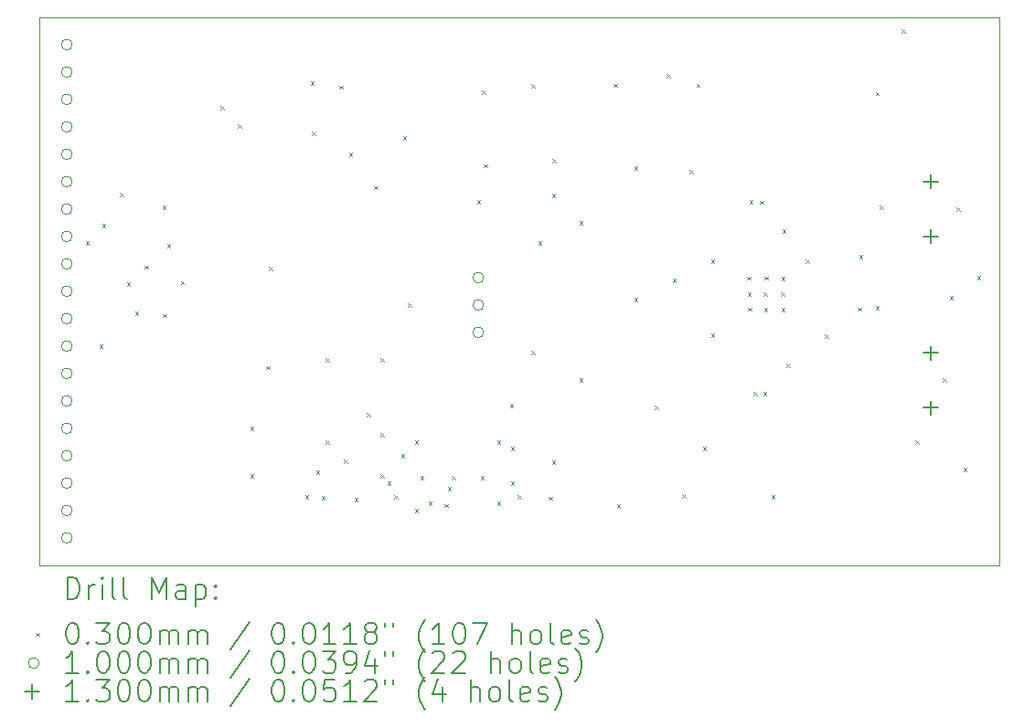
<source format=gbr>
%TF.GenerationSoftware,KiCad,Pcbnew,7.0.9*%
%TF.CreationDate,2024-03-05T18:50:15-08:00*%
%TF.ProjectId,SSM3582_v02,53534d33-3538-4325-9f76-30322e6b6963,rev?*%
%TF.SameCoordinates,Original*%
%TF.FileFunction,Drillmap*%
%TF.FilePolarity,Positive*%
%FSLAX45Y45*%
G04 Gerber Fmt 4.5, Leading zero omitted, Abs format (unit mm)*
G04 Created by KiCad (PCBNEW 7.0.9) date 2024-03-05 18:50:15*
%MOMM*%
%LPD*%
G01*
G04 APERTURE LIST*
%ADD10C,0.050000*%
%ADD11C,0.200000*%
%ADD12C,0.100000*%
%ADD13C,0.130000*%
G04 APERTURE END LIST*
D10*
X10477500Y-6731000D02*
X19367500Y-6731000D01*
X19367500Y-11811000D01*
X10477500Y-11811000D01*
X10477500Y-6731000D01*
D11*
D12*
X10907000Y-8811500D02*
X10937000Y-8841500D01*
X10937000Y-8811500D02*
X10907000Y-8841500D01*
X11034000Y-9764000D02*
X11064000Y-9794000D01*
X11064000Y-9764000D02*
X11034000Y-9794000D01*
X11059400Y-8648940D02*
X11089400Y-8678940D01*
X11089400Y-8648940D02*
X11059400Y-8678940D01*
X11224500Y-8359380D02*
X11254500Y-8389380D01*
X11254500Y-8359380D02*
X11224500Y-8389380D01*
X11288000Y-9192500D02*
X11318000Y-9222500D01*
X11318000Y-9192500D02*
X11288000Y-9222500D01*
X11364200Y-9459200D02*
X11394200Y-9489200D01*
X11394200Y-9459200D02*
X11364200Y-9489200D01*
X11453100Y-9032480D02*
X11483100Y-9062480D01*
X11483100Y-9032480D02*
X11453100Y-9062480D01*
X11618200Y-8481300D02*
X11648200Y-8511300D01*
X11648200Y-8481300D02*
X11618200Y-8511300D01*
X11623280Y-9482060D02*
X11653280Y-9512060D01*
X11653280Y-9482060D02*
X11623280Y-9512060D01*
X11661380Y-8836900D02*
X11691380Y-8866900D01*
X11691380Y-8836900D02*
X11661380Y-8866900D01*
X11788380Y-9177260D02*
X11818380Y-9207260D01*
X11818380Y-9177260D02*
X11788380Y-9207260D01*
X12156680Y-7556740D02*
X12186680Y-7586740D01*
X12186680Y-7556740D02*
X12156680Y-7586740D01*
X12314160Y-7724380D02*
X12344160Y-7754380D01*
X12344160Y-7724380D02*
X12314160Y-7754380D01*
X12431000Y-10526000D02*
X12461000Y-10556000D01*
X12461000Y-10526000D02*
X12431000Y-10556000D01*
X12431000Y-10970500D02*
X12461000Y-11000500D01*
X12461000Y-10970500D02*
X12431000Y-11000500D01*
X12578320Y-9964660D02*
X12608320Y-9994660D01*
X12608320Y-9964660D02*
X12578320Y-9994660D01*
X12603720Y-9045180D02*
X12633720Y-9075180D01*
X12633720Y-9045180D02*
X12603720Y-9075180D01*
X12939000Y-11161000D02*
X12969000Y-11191000D01*
X12969000Y-11161000D02*
X12939000Y-11191000D01*
X12989800Y-7325600D02*
X13019800Y-7355600D01*
X13019800Y-7325600D02*
X12989800Y-7355600D01*
X13002500Y-7795500D02*
X13032500Y-7825500D01*
X13032500Y-7795500D02*
X13002500Y-7825500D01*
X13040600Y-10932400D02*
X13070600Y-10962400D01*
X13070600Y-10932400D02*
X13040600Y-10962400D01*
X13091400Y-11173700D02*
X13121400Y-11203700D01*
X13121400Y-11173700D02*
X13091400Y-11203700D01*
X13129500Y-9891000D02*
X13159500Y-9921000D01*
X13159500Y-9891000D02*
X13129500Y-9921000D01*
X13129500Y-10653000D02*
X13159500Y-10683000D01*
X13159500Y-10653000D02*
X13129500Y-10683000D01*
X13256500Y-7366240D02*
X13286500Y-7396240D01*
X13286500Y-7366240D02*
X13256500Y-7396240D01*
X13298000Y-10835000D02*
X13328000Y-10865000D01*
X13328000Y-10835000D02*
X13298000Y-10865000D01*
X13345400Y-7988540D02*
X13375400Y-8018540D01*
X13375400Y-7988540D02*
X13345400Y-8018540D01*
X13396200Y-11186400D02*
X13426200Y-11216400D01*
X13426200Y-11186400D02*
X13396200Y-11216400D01*
X13510500Y-10399000D02*
X13540500Y-10429000D01*
X13540500Y-10399000D02*
X13510500Y-10429000D01*
X13579080Y-8295880D02*
X13609080Y-8325880D01*
X13609080Y-8295880D02*
X13579080Y-8325880D01*
X13637500Y-9891000D02*
X13667500Y-9921000D01*
X13667500Y-9891000D02*
X13637500Y-9921000D01*
X13637500Y-10589500D02*
X13667500Y-10619500D01*
X13667500Y-10589500D02*
X13637500Y-10619500D01*
X13637500Y-10970500D02*
X13667500Y-11000500D01*
X13667500Y-10970500D02*
X13637500Y-11000500D01*
X13701000Y-11034000D02*
X13731000Y-11064000D01*
X13731000Y-11034000D02*
X13701000Y-11064000D01*
X13764500Y-11161000D02*
X13794500Y-11191000D01*
X13794500Y-11161000D02*
X13764500Y-11191000D01*
X13828000Y-10780000D02*
X13858000Y-10810000D01*
X13858000Y-10780000D02*
X13828000Y-10810000D01*
X13843240Y-7836140D02*
X13873240Y-7866140D01*
X13873240Y-7836140D02*
X13843240Y-7866140D01*
X13891500Y-9383000D02*
X13921500Y-9413000D01*
X13921500Y-9383000D02*
X13891500Y-9413000D01*
X13955000Y-10653000D02*
X13985000Y-10683000D01*
X13985000Y-10653000D02*
X13955000Y-10683000D01*
X13955000Y-11288000D02*
X13985000Y-11318000D01*
X13985000Y-11288000D02*
X13955000Y-11318000D01*
X14005800Y-10983200D02*
X14035800Y-11013200D01*
X14035800Y-10983200D02*
X14005800Y-11013200D01*
X14082000Y-11224500D02*
X14112000Y-11254500D01*
X14112000Y-11224500D02*
X14082000Y-11254500D01*
X14229125Y-11244625D02*
X14259125Y-11274625D01*
X14259125Y-11244625D02*
X14229125Y-11274625D01*
X14259800Y-11084800D02*
X14289800Y-11114800D01*
X14289800Y-11084800D02*
X14259800Y-11114800D01*
X14297900Y-10983200D02*
X14327900Y-11013200D01*
X14327900Y-10983200D02*
X14297900Y-11013200D01*
X14529040Y-8430500D02*
X14559040Y-8460500D01*
X14559040Y-8430500D02*
X14529040Y-8460500D01*
X14564600Y-10983200D02*
X14594600Y-11013200D01*
X14594600Y-10983200D02*
X14564600Y-11013200D01*
X14577300Y-7411960D02*
X14607300Y-7441960D01*
X14607300Y-7411960D02*
X14577300Y-7441960D01*
X14592540Y-8092680D02*
X14622540Y-8122680D01*
X14622540Y-8092680D02*
X14592540Y-8122680D01*
X14717000Y-10653000D02*
X14747000Y-10683000D01*
X14747000Y-10653000D02*
X14717000Y-10683000D01*
X14717000Y-11224500D02*
X14747000Y-11254500D01*
X14747000Y-11224500D02*
X14717000Y-11254500D01*
X14836380Y-10315180D02*
X14866380Y-10345180D01*
X14866380Y-10315180D02*
X14836380Y-10345180D01*
X14844000Y-10716500D02*
X14874000Y-10746500D01*
X14874000Y-10716500D02*
X14844000Y-10746500D01*
X14844000Y-11034000D02*
X14874000Y-11064000D01*
X14874000Y-11034000D02*
X14844000Y-11064000D01*
X14907500Y-11161000D02*
X14937500Y-11191000D01*
X14937500Y-11161000D02*
X14907500Y-11191000D01*
X15034500Y-7351000D02*
X15064500Y-7381000D01*
X15064500Y-7351000D02*
X15034500Y-7381000D01*
X15034500Y-9827500D02*
X15064500Y-9857500D01*
X15064500Y-9827500D02*
X15034500Y-9857500D01*
X15098000Y-8811500D02*
X15128000Y-8841500D01*
X15128000Y-8811500D02*
X15098000Y-8841500D01*
X15194520Y-11176240D02*
X15224520Y-11206240D01*
X15224520Y-11176240D02*
X15194520Y-11206240D01*
X15225000Y-8367000D02*
X15255000Y-8397000D01*
X15255000Y-8367000D02*
X15225000Y-8397000D01*
X15225000Y-10843500D02*
X15255000Y-10873500D01*
X15255000Y-10843500D02*
X15225000Y-10873500D01*
X15227540Y-8046960D02*
X15257540Y-8076960D01*
X15257540Y-8046960D02*
X15227540Y-8076960D01*
X15479000Y-8621000D02*
X15509000Y-8651000D01*
X15509000Y-8621000D02*
X15479000Y-8651000D01*
X15479000Y-10081500D02*
X15509000Y-10111500D01*
X15509000Y-10081500D02*
X15479000Y-10111500D01*
X15796500Y-7349500D02*
X15826500Y-7379500D01*
X15826500Y-7349500D02*
X15796500Y-7379500D01*
X15826980Y-11249900D02*
X15856980Y-11279900D01*
X15856980Y-11249900D02*
X15826980Y-11279900D01*
X15987000Y-8113000D02*
X16017000Y-8143000D01*
X16017000Y-8113000D02*
X15987000Y-8143000D01*
X15987000Y-9332200D02*
X16017000Y-9362200D01*
X16017000Y-9332200D02*
X15987000Y-9362200D01*
X16177500Y-10335500D02*
X16207500Y-10365500D01*
X16207500Y-10335500D02*
X16177500Y-10365500D01*
X16286720Y-7259560D02*
X16316720Y-7289560D01*
X16316720Y-7259560D02*
X16286720Y-7289560D01*
X16342600Y-9154400D02*
X16372600Y-9184400D01*
X16372600Y-9154400D02*
X16342600Y-9184400D01*
X16428960Y-11155920D02*
X16458960Y-11185920D01*
X16458960Y-11155920D02*
X16428960Y-11185920D01*
X16497540Y-8148560D02*
X16527540Y-8178560D01*
X16527540Y-8148560D02*
X16497540Y-8178560D01*
X16561040Y-7348460D02*
X16591040Y-7378460D01*
X16591040Y-7348460D02*
X16561040Y-7378460D01*
X16622000Y-10716500D02*
X16652000Y-10746500D01*
X16652000Y-10716500D02*
X16622000Y-10746500D01*
X16698200Y-8976600D02*
X16728200Y-9006600D01*
X16728200Y-8976600D02*
X16698200Y-9006600D01*
X16698200Y-9662400D02*
X16728200Y-9692400D01*
X16728200Y-9662400D02*
X16698200Y-9692400D01*
X17030940Y-9134080D02*
X17060940Y-9164080D01*
X17060940Y-9134080D02*
X17030940Y-9164080D01*
X17036020Y-9281400D02*
X17066020Y-9311400D01*
X17066020Y-9281400D02*
X17036020Y-9311400D01*
X17038560Y-9423640D02*
X17068560Y-9453640D01*
X17068560Y-9423640D02*
X17038560Y-9453640D01*
X17053800Y-8430500D02*
X17083800Y-8460500D01*
X17083800Y-8430500D02*
X17053800Y-8460500D01*
X17091900Y-10208500D02*
X17121900Y-10238500D01*
X17121900Y-10208500D02*
X17091900Y-10238500D01*
X17152000Y-8432000D02*
X17182000Y-8462000D01*
X17182000Y-8432000D02*
X17152000Y-8462000D01*
X17180800Y-10208500D02*
X17210800Y-10238500D01*
X17210800Y-10208500D02*
X17180800Y-10238500D01*
X17185880Y-9281400D02*
X17215880Y-9311400D01*
X17215880Y-9281400D02*
X17185880Y-9311400D01*
X17188420Y-9426180D02*
X17218420Y-9456180D01*
X17218420Y-9426180D02*
X17188420Y-9456180D01*
X17193500Y-9136620D02*
X17223500Y-9166620D01*
X17223500Y-9136620D02*
X17193500Y-9166620D01*
X17257000Y-11161000D02*
X17287000Y-11191000D01*
X17287000Y-11161000D02*
X17257000Y-11191000D01*
X17343360Y-9281400D02*
X17373360Y-9311400D01*
X17373360Y-9281400D02*
X17343360Y-9311400D01*
X17348440Y-9426180D02*
X17378440Y-9456180D01*
X17378440Y-9426180D02*
X17348440Y-9456180D01*
X17350980Y-9139160D02*
X17380980Y-9169160D01*
X17380980Y-9139160D02*
X17350980Y-9169160D01*
X17358600Y-8697200D02*
X17388600Y-8727200D01*
X17388600Y-8697200D02*
X17358600Y-8727200D01*
X17396700Y-9941800D02*
X17426700Y-9971800D01*
X17426700Y-9941800D02*
X17396700Y-9971800D01*
X17574500Y-8976600D02*
X17604500Y-9006600D01*
X17604500Y-8976600D02*
X17574500Y-9006600D01*
X17752300Y-9675100D02*
X17782300Y-9705100D01*
X17782300Y-9675100D02*
X17752300Y-9705100D01*
X18054560Y-9423640D02*
X18084560Y-9453640D01*
X18084560Y-9423640D02*
X18054560Y-9453640D01*
X18069800Y-8938500D02*
X18099800Y-8968500D01*
X18099800Y-8938500D02*
X18069800Y-8968500D01*
X18222200Y-7424660D02*
X18252200Y-7454660D01*
X18252200Y-7424660D02*
X18222200Y-7454660D01*
X18222200Y-9408400D02*
X18252200Y-9438400D01*
X18252200Y-9408400D02*
X18222200Y-9438400D01*
X18260300Y-8481300D02*
X18290300Y-8511300D01*
X18290300Y-8481300D02*
X18260300Y-8511300D01*
X18463500Y-6843000D02*
X18493500Y-6873000D01*
X18493500Y-6843000D02*
X18463500Y-6873000D01*
X18590500Y-10653000D02*
X18620500Y-10683000D01*
X18620500Y-10653000D02*
X18590500Y-10683000D01*
X18844500Y-10081500D02*
X18874500Y-10111500D01*
X18874500Y-10081500D02*
X18844500Y-10111500D01*
X18908000Y-9319500D02*
X18938000Y-9349500D01*
X18938000Y-9319500D02*
X18908000Y-9349500D01*
X18971500Y-8494000D02*
X19001500Y-8524000D01*
X19001500Y-8494000D02*
X18971500Y-8524000D01*
X19035000Y-10907000D02*
X19065000Y-10937000D01*
X19065000Y-10907000D02*
X19035000Y-10937000D01*
X19162000Y-9129000D02*
X19192000Y-9159000D01*
X19192000Y-9129000D02*
X19162000Y-9159000D01*
X10781500Y-6985000D02*
G75*
G03*
X10781500Y-6985000I-50000J0D01*
G01*
X10781500Y-7239000D02*
G75*
G03*
X10781500Y-7239000I-50000J0D01*
G01*
X10781500Y-7493000D02*
G75*
G03*
X10781500Y-7493000I-50000J0D01*
G01*
X10781500Y-7747000D02*
G75*
G03*
X10781500Y-7747000I-50000J0D01*
G01*
X10781500Y-8001000D02*
G75*
G03*
X10781500Y-8001000I-50000J0D01*
G01*
X10781500Y-8255000D02*
G75*
G03*
X10781500Y-8255000I-50000J0D01*
G01*
X10781500Y-8509000D02*
G75*
G03*
X10781500Y-8509000I-50000J0D01*
G01*
X10781500Y-8763000D02*
G75*
G03*
X10781500Y-8763000I-50000J0D01*
G01*
X10781500Y-9017000D02*
G75*
G03*
X10781500Y-9017000I-50000J0D01*
G01*
X10781500Y-9271000D02*
G75*
G03*
X10781500Y-9271000I-50000J0D01*
G01*
X10781500Y-9525000D02*
G75*
G03*
X10781500Y-9525000I-50000J0D01*
G01*
X10781500Y-9779000D02*
G75*
G03*
X10781500Y-9779000I-50000J0D01*
G01*
X10781500Y-10033000D02*
G75*
G03*
X10781500Y-10033000I-50000J0D01*
G01*
X10781500Y-10287000D02*
G75*
G03*
X10781500Y-10287000I-50000J0D01*
G01*
X10781500Y-10541000D02*
G75*
G03*
X10781500Y-10541000I-50000J0D01*
G01*
X10781500Y-10795000D02*
G75*
G03*
X10781500Y-10795000I-50000J0D01*
G01*
X10781500Y-11049000D02*
G75*
G03*
X10781500Y-11049000I-50000J0D01*
G01*
X10781500Y-11303000D02*
G75*
G03*
X10781500Y-11303000I-50000J0D01*
G01*
X10781500Y-11557000D02*
G75*
G03*
X10781500Y-11557000I-50000J0D01*
G01*
X14591500Y-9144000D02*
G75*
G03*
X14591500Y-9144000I-50000J0D01*
G01*
X14591500Y-9398000D02*
G75*
G03*
X14591500Y-9398000I-50000J0D01*
G01*
X14591500Y-9652000D02*
G75*
G03*
X14591500Y-9652000I-50000J0D01*
G01*
D13*
X18732500Y-8190000D02*
X18732500Y-8320000D01*
X18667500Y-8255000D02*
X18797500Y-8255000D01*
X18732500Y-8698000D02*
X18732500Y-8828000D01*
X18667500Y-8763000D02*
X18797500Y-8763000D01*
X18732500Y-9777500D02*
X18732500Y-9907500D01*
X18667500Y-9842500D02*
X18797500Y-9842500D01*
X18732500Y-10285500D02*
X18732500Y-10415500D01*
X18667500Y-10350500D02*
X18797500Y-10350500D01*
D11*
X10735777Y-12124984D02*
X10735777Y-11924984D01*
X10735777Y-11924984D02*
X10783396Y-11924984D01*
X10783396Y-11924984D02*
X10811967Y-11934508D01*
X10811967Y-11934508D02*
X10831015Y-11953555D01*
X10831015Y-11953555D02*
X10840539Y-11972603D01*
X10840539Y-11972603D02*
X10850063Y-12010698D01*
X10850063Y-12010698D02*
X10850063Y-12039269D01*
X10850063Y-12039269D02*
X10840539Y-12077365D01*
X10840539Y-12077365D02*
X10831015Y-12096412D01*
X10831015Y-12096412D02*
X10811967Y-12115460D01*
X10811967Y-12115460D02*
X10783396Y-12124984D01*
X10783396Y-12124984D02*
X10735777Y-12124984D01*
X10935777Y-12124984D02*
X10935777Y-11991650D01*
X10935777Y-12029746D02*
X10945301Y-12010698D01*
X10945301Y-12010698D02*
X10954824Y-12001174D01*
X10954824Y-12001174D02*
X10973872Y-11991650D01*
X10973872Y-11991650D02*
X10992920Y-11991650D01*
X11059586Y-12124984D02*
X11059586Y-11991650D01*
X11059586Y-11924984D02*
X11050063Y-11934508D01*
X11050063Y-11934508D02*
X11059586Y-11944031D01*
X11059586Y-11944031D02*
X11069110Y-11934508D01*
X11069110Y-11934508D02*
X11059586Y-11924984D01*
X11059586Y-11924984D02*
X11059586Y-11944031D01*
X11183396Y-12124984D02*
X11164348Y-12115460D01*
X11164348Y-12115460D02*
X11154824Y-12096412D01*
X11154824Y-12096412D02*
X11154824Y-11924984D01*
X11288158Y-12124984D02*
X11269110Y-12115460D01*
X11269110Y-12115460D02*
X11259586Y-12096412D01*
X11259586Y-12096412D02*
X11259586Y-11924984D01*
X11516729Y-12124984D02*
X11516729Y-11924984D01*
X11516729Y-11924984D02*
X11583396Y-12067841D01*
X11583396Y-12067841D02*
X11650062Y-11924984D01*
X11650062Y-11924984D02*
X11650062Y-12124984D01*
X11831015Y-12124984D02*
X11831015Y-12020222D01*
X11831015Y-12020222D02*
X11821491Y-12001174D01*
X11821491Y-12001174D02*
X11802443Y-11991650D01*
X11802443Y-11991650D02*
X11764348Y-11991650D01*
X11764348Y-11991650D02*
X11745301Y-12001174D01*
X11831015Y-12115460D02*
X11811967Y-12124984D01*
X11811967Y-12124984D02*
X11764348Y-12124984D01*
X11764348Y-12124984D02*
X11745301Y-12115460D01*
X11745301Y-12115460D02*
X11735777Y-12096412D01*
X11735777Y-12096412D02*
X11735777Y-12077365D01*
X11735777Y-12077365D02*
X11745301Y-12058317D01*
X11745301Y-12058317D02*
X11764348Y-12048793D01*
X11764348Y-12048793D02*
X11811967Y-12048793D01*
X11811967Y-12048793D02*
X11831015Y-12039269D01*
X11926253Y-11991650D02*
X11926253Y-12191650D01*
X11926253Y-12001174D02*
X11945301Y-11991650D01*
X11945301Y-11991650D02*
X11983396Y-11991650D01*
X11983396Y-11991650D02*
X12002443Y-12001174D01*
X12002443Y-12001174D02*
X12011967Y-12010698D01*
X12011967Y-12010698D02*
X12021491Y-12029746D01*
X12021491Y-12029746D02*
X12021491Y-12086888D01*
X12021491Y-12086888D02*
X12011967Y-12105936D01*
X12011967Y-12105936D02*
X12002443Y-12115460D01*
X12002443Y-12115460D02*
X11983396Y-12124984D01*
X11983396Y-12124984D02*
X11945301Y-12124984D01*
X11945301Y-12124984D02*
X11926253Y-12115460D01*
X12107205Y-12105936D02*
X12116729Y-12115460D01*
X12116729Y-12115460D02*
X12107205Y-12124984D01*
X12107205Y-12124984D02*
X12097682Y-12115460D01*
X12097682Y-12115460D02*
X12107205Y-12105936D01*
X12107205Y-12105936D02*
X12107205Y-12124984D01*
X12107205Y-12001174D02*
X12116729Y-12010698D01*
X12116729Y-12010698D02*
X12107205Y-12020222D01*
X12107205Y-12020222D02*
X12097682Y-12010698D01*
X12097682Y-12010698D02*
X12107205Y-12001174D01*
X12107205Y-12001174D02*
X12107205Y-12020222D01*
D12*
X10445000Y-12438500D02*
X10475000Y-12468500D01*
X10475000Y-12438500D02*
X10445000Y-12468500D01*
D11*
X10773872Y-12344984D02*
X10792920Y-12344984D01*
X10792920Y-12344984D02*
X10811967Y-12354508D01*
X10811967Y-12354508D02*
X10821491Y-12364031D01*
X10821491Y-12364031D02*
X10831015Y-12383079D01*
X10831015Y-12383079D02*
X10840539Y-12421174D01*
X10840539Y-12421174D02*
X10840539Y-12468793D01*
X10840539Y-12468793D02*
X10831015Y-12506888D01*
X10831015Y-12506888D02*
X10821491Y-12525936D01*
X10821491Y-12525936D02*
X10811967Y-12535460D01*
X10811967Y-12535460D02*
X10792920Y-12544984D01*
X10792920Y-12544984D02*
X10773872Y-12544984D01*
X10773872Y-12544984D02*
X10754824Y-12535460D01*
X10754824Y-12535460D02*
X10745301Y-12525936D01*
X10745301Y-12525936D02*
X10735777Y-12506888D01*
X10735777Y-12506888D02*
X10726253Y-12468793D01*
X10726253Y-12468793D02*
X10726253Y-12421174D01*
X10726253Y-12421174D02*
X10735777Y-12383079D01*
X10735777Y-12383079D02*
X10745301Y-12364031D01*
X10745301Y-12364031D02*
X10754824Y-12354508D01*
X10754824Y-12354508D02*
X10773872Y-12344984D01*
X10926253Y-12525936D02*
X10935777Y-12535460D01*
X10935777Y-12535460D02*
X10926253Y-12544984D01*
X10926253Y-12544984D02*
X10916729Y-12535460D01*
X10916729Y-12535460D02*
X10926253Y-12525936D01*
X10926253Y-12525936D02*
X10926253Y-12544984D01*
X11002444Y-12344984D02*
X11126253Y-12344984D01*
X11126253Y-12344984D02*
X11059586Y-12421174D01*
X11059586Y-12421174D02*
X11088158Y-12421174D01*
X11088158Y-12421174D02*
X11107205Y-12430698D01*
X11107205Y-12430698D02*
X11116729Y-12440222D01*
X11116729Y-12440222D02*
X11126253Y-12459269D01*
X11126253Y-12459269D02*
X11126253Y-12506888D01*
X11126253Y-12506888D02*
X11116729Y-12525936D01*
X11116729Y-12525936D02*
X11107205Y-12535460D01*
X11107205Y-12535460D02*
X11088158Y-12544984D01*
X11088158Y-12544984D02*
X11031015Y-12544984D01*
X11031015Y-12544984D02*
X11011967Y-12535460D01*
X11011967Y-12535460D02*
X11002444Y-12525936D01*
X11250062Y-12344984D02*
X11269110Y-12344984D01*
X11269110Y-12344984D02*
X11288158Y-12354508D01*
X11288158Y-12354508D02*
X11297682Y-12364031D01*
X11297682Y-12364031D02*
X11307205Y-12383079D01*
X11307205Y-12383079D02*
X11316729Y-12421174D01*
X11316729Y-12421174D02*
X11316729Y-12468793D01*
X11316729Y-12468793D02*
X11307205Y-12506888D01*
X11307205Y-12506888D02*
X11297682Y-12525936D01*
X11297682Y-12525936D02*
X11288158Y-12535460D01*
X11288158Y-12535460D02*
X11269110Y-12544984D01*
X11269110Y-12544984D02*
X11250062Y-12544984D01*
X11250062Y-12544984D02*
X11231015Y-12535460D01*
X11231015Y-12535460D02*
X11221491Y-12525936D01*
X11221491Y-12525936D02*
X11211967Y-12506888D01*
X11211967Y-12506888D02*
X11202443Y-12468793D01*
X11202443Y-12468793D02*
X11202443Y-12421174D01*
X11202443Y-12421174D02*
X11211967Y-12383079D01*
X11211967Y-12383079D02*
X11221491Y-12364031D01*
X11221491Y-12364031D02*
X11231015Y-12354508D01*
X11231015Y-12354508D02*
X11250062Y-12344984D01*
X11440539Y-12344984D02*
X11459586Y-12344984D01*
X11459586Y-12344984D02*
X11478634Y-12354508D01*
X11478634Y-12354508D02*
X11488158Y-12364031D01*
X11488158Y-12364031D02*
X11497682Y-12383079D01*
X11497682Y-12383079D02*
X11507205Y-12421174D01*
X11507205Y-12421174D02*
X11507205Y-12468793D01*
X11507205Y-12468793D02*
X11497682Y-12506888D01*
X11497682Y-12506888D02*
X11488158Y-12525936D01*
X11488158Y-12525936D02*
X11478634Y-12535460D01*
X11478634Y-12535460D02*
X11459586Y-12544984D01*
X11459586Y-12544984D02*
X11440539Y-12544984D01*
X11440539Y-12544984D02*
X11421491Y-12535460D01*
X11421491Y-12535460D02*
X11411967Y-12525936D01*
X11411967Y-12525936D02*
X11402443Y-12506888D01*
X11402443Y-12506888D02*
X11392920Y-12468793D01*
X11392920Y-12468793D02*
X11392920Y-12421174D01*
X11392920Y-12421174D02*
X11402443Y-12383079D01*
X11402443Y-12383079D02*
X11411967Y-12364031D01*
X11411967Y-12364031D02*
X11421491Y-12354508D01*
X11421491Y-12354508D02*
X11440539Y-12344984D01*
X11592920Y-12544984D02*
X11592920Y-12411650D01*
X11592920Y-12430698D02*
X11602443Y-12421174D01*
X11602443Y-12421174D02*
X11621491Y-12411650D01*
X11621491Y-12411650D02*
X11650063Y-12411650D01*
X11650063Y-12411650D02*
X11669110Y-12421174D01*
X11669110Y-12421174D02*
X11678634Y-12440222D01*
X11678634Y-12440222D02*
X11678634Y-12544984D01*
X11678634Y-12440222D02*
X11688158Y-12421174D01*
X11688158Y-12421174D02*
X11707205Y-12411650D01*
X11707205Y-12411650D02*
X11735777Y-12411650D01*
X11735777Y-12411650D02*
X11754824Y-12421174D01*
X11754824Y-12421174D02*
X11764348Y-12440222D01*
X11764348Y-12440222D02*
X11764348Y-12544984D01*
X11859586Y-12544984D02*
X11859586Y-12411650D01*
X11859586Y-12430698D02*
X11869110Y-12421174D01*
X11869110Y-12421174D02*
X11888158Y-12411650D01*
X11888158Y-12411650D02*
X11916729Y-12411650D01*
X11916729Y-12411650D02*
X11935777Y-12421174D01*
X11935777Y-12421174D02*
X11945301Y-12440222D01*
X11945301Y-12440222D02*
X11945301Y-12544984D01*
X11945301Y-12440222D02*
X11954824Y-12421174D01*
X11954824Y-12421174D02*
X11973872Y-12411650D01*
X11973872Y-12411650D02*
X12002443Y-12411650D01*
X12002443Y-12411650D02*
X12021491Y-12421174D01*
X12021491Y-12421174D02*
X12031015Y-12440222D01*
X12031015Y-12440222D02*
X12031015Y-12544984D01*
X12421491Y-12335460D02*
X12250063Y-12592603D01*
X12678634Y-12344984D02*
X12697682Y-12344984D01*
X12697682Y-12344984D02*
X12716729Y-12354508D01*
X12716729Y-12354508D02*
X12726253Y-12364031D01*
X12726253Y-12364031D02*
X12735777Y-12383079D01*
X12735777Y-12383079D02*
X12745301Y-12421174D01*
X12745301Y-12421174D02*
X12745301Y-12468793D01*
X12745301Y-12468793D02*
X12735777Y-12506888D01*
X12735777Y-12506888D02*
X12726253Y-12525936D01*
X12726253Y-12525936D02*
X12716729Y-12535460D01*
X12716729Y-12535460D02*
X12697682Y-12544984D01*
X12697682Y-12544984D02*
X12678634Y-12544984D01*
X12678634Y-12544984D02*
X12659586Y-12535460D01*
X12659586Y-12535460D02*
X12650063Y-12525936D01*
X12650063Y-12525936D02*
X12640539Y-12506888D01*
X12640539Y-12506888D02*
X12631015Y-12468793D01*
X12631015Y-12468793D02*
X12631015Y-12421174D01*
X12631015Y-12421174D02*
X12640539Y-12383079D01*
X12640539Y-12383079D02*
X12650063Y-12364031D01*
X12650063Y-12364031D02*
X12659586Y-12354508D01*
X12659586Y-12354508D02*
X12678634Y-12344984D01*
X12831015Y-12525936D02*
X12840539Y-12535460D01*
X12840539Y-12535460D02*
X12831015Y-12544984D01*
X12831015Y-12544984D02*
X12821491Y-12535460D01*
X12821491Y-12535460D02*
X12831015Y-12525936D01*
X12831015Y-12525936D02*
X12831015Y-12544984D01*
X12964348Y-12344984D02*
X12983396Y-12344984D01*
X12983396Y-12344984D02*
X13002444Y-12354508D01*
X13002444Y-12354508D02*
X13011967Y-12364031D01*
X13011967Y-12364031D02*
X13021491Y-12383079D01*
X13021491Y-12383079D02*
X13031015Y-12421174D01*
X13031015Y-12421174D02*
X13031015Y-12468793D01*
X13031015Y-12468793D02*
X13021491Y-12506888D01*
X13021491Y-12506888D02*
X13011967Y-12525936D01*
X13011967Y-12525936D02*
X13002444Y-12535460D01*
X13002444Y-12535460D02*
X12983396Y-12544984D01*
X12983396Y-12544984D02*
X12964348Y-12544984D01*
X12964348Y-12544984D02*
X12945301Y-12535460D01*
X12945301Y-12535460D02*
X12935777Y-12525936D01*
X12935777Y-12525936D02*
X12926253Y-12506888D01*
X12926253Y-12506888D02*
X12916729Y-12468793D01*
X12916729Y-12468793D02*
X12916729Y-12421174D01*
X12916729Y-12421174D02*
X12926253Y-12383079D01*
X12926253Y-12383079D02*
X12935777Y-12364031D01*
X12935777Y-12364031D02*
X12945301Y-12354508D01*
X12945301Y-12354508D02*
X12964348Y-12344984D01*
X13221491Y-12544984D02*
X13107206Y-12544984D01*
X13164348Y-12544984D02*
X13164348Y-12344984D01*
X13164348Y-12344984D02*
X13145301Y-12373555D01*
X13145301Y-12373555D02*
X13126253Y-12392603D01*
X13126253Y-12392603D02*
X13107206Y-12402127D01*
X13411967Y-12544984D02*
X13297682Y-12544984D01*
X13354825Y-12544984D02*
X13354825Y-12344984D01*
X13354825Y-12344984D02*
X13335777Y-12373555D01*
X13335777Y-12373555D02*
X13316729Y-12392603D01*
X13316729Y-12392603D02*
X13297682Y-12402127D01*
X13526253Y-12430698D02*
X13507206Y-12421174D01*
X13507206Y-12421174D02*
X13497682Y-12411650D01*
X13497682Y-12411650D02*
X13488158Y-12392603D01*
X13488158Y-12392603D02*
X13488158Y-12383079D01*
X13488158Y-12383079D02*
X13497682Y-12364031D01*
X13497682Y-12364031D02*
X13507206Y-12354508D01*
X13507206Y-12354508D02*
X13526253Y-12344984D01*
X13526253Y-12344984D02*
X13564348Y-12344984D01*
X13564348Y-12344984D02*
X13583396Y-12354508D01*
X13583396Y-12354508D02*
X13592920Y-12364031D01*
X13592920Y-12364031D02*
X13602444Y-12383079D01*
X13602444Y-12383079D02*
X13602444Y-12392603D01*
X13602444Y-12392603D02*
X13592920Y-12411650D01*
X13592920Y-12411650D02*
X13583396Y-12421174D01*
X13583396Y-12421174D02*
X13564348Y-12430698D01*
X13564348Y-12430698D02*
X13526253Y-12430698D01*
X13526253Y-12430698D02*
X13507206Y-12440222D01*
X13507206Y-12440222D02*
X13497682Y-12449746D01*
X13497682Y-12449746D02*
X13488158Y-12468793D01*
X13488158Y-12468793D02*
X13488158Y-12506888D01*
X13488158Y-12506888D02*
X13497682Y-12525936D01*
X13497682Y-12525936D02*
X13507206Y-12535460D01*
X13507206Y-12535460D02*
X13526253Y-12544984D01*
X13526253Y-12544984D02*
X13564348Y-12544984D01*
X13564348Y-12544984D02*
X13583396Y-12535460D01*
X13583396Y-12535460D02*
X13592920Y-12525936D01*
X13592920Y-12525936D02*
X13602444Y-12506888D01*
X13602444Y-12506888D02*
X13602444Y-12468793D01*
X13602444Y-12468793D02*
X13592920Y-12449746D01*
X13592920Y-12449746D02*
X13583396Y-12440222D01*
X13583396Y-12440222D02*
X13564348Y-12430698D01*
X13678634Y-12344984D02*
X13678634Y-12383079D01*
X13754825Y-12344984D02*
X13754825Y-12383079D01*
X14050063Y-12621174D02*
X14040539Y-12611650D01*
X14040539Y-12611650D02*
X14021491Y-12583079D01*
X14021491Y-12583079D02*
X14011968Y-12564031D01*
X14011968Y-12564031D02*
X14002444Y-12535460D01*
X14002444Y-12535460D02*
X13992920Y-12487841D01*
X13992920Y-12487841D02*
X13992920Y-12449746D01*
X13992920Y-12449746D02*
X14002444Y-12402127D01*
X14002444Y-12402127D02*
X14011968Y-12373555D01*
X14011968Y-12373555D02*
X14021491Y-12354508D01*
X14021491Y-12354508D02*
X14040539Y-12325936D01*
X14040539Y-12325936D02*
X14050063Y-12316412D01*
X14231015Y-12544984D02*
X14116729Y-12544984D01*
X14173872Y-12544984D02*
X14173872Y-12344984D01*
X14173872Y-12344984D02*
X14154825Y-12373555D01*
X14154825Y-12373555D02*
X14135777Y-12392603D01*
X14135777Y-12392603D02*
X14116729Y-12402127D01*
X14354825Y-12344984D02*
X14373872Y-12344984D01*
X14373872Y-12344984D02*
X14392920Y-12354508D01*
X14392920Y-12354508D02*
X14402444Y-12364031D01*
X14402444Y-12364031D02*
X14411968Y-12383079D01*
X14411968Y-12383079D02*
X14421491Y-12421174D01*
X14421491Y-12421174D02*
X14421491Y-12468793D01*
X14421491Y-12468793D02*
X14411968Y-12506888D01*
X14411968Y-12506888D02*
X14402444Y-12525936D01*
X14402444Y-12525936D02*
X14392920Y-12535460D01*
X14392920Y-12535460D02*
X14373872Y-12544984D01*
X14373872Y-12544984D02*
X14354825Y-12544984D01*
X14354825Y-12544984D02*
X14335777Y-12535460D01*
X14335777Y-12535460D02*
X14326253Y-12525936D01*
X14326253Y-12525936D02*
X14316729Y-12506888D01*
X14316729Y-12506888D02*
X14307206Y-12468793D01*
X14307206Y-12468793D02*
X14307206Y-12421174D01*
X14307206Y-12421174D02*
X14316729Y-12383079D01*
X14316729Y-12383079D02*
X14326253Y-12364031D01*
X14326253Y-12364031D02*
X14335777Y-12354508D01*
X14335777Y-12354508D02*
X14354825Y-12344984D01*
X14488158Y-12344984D02*
X14621491Y-12344984D01*
X14621491Y-12344984D02*
X14535777Y-12544984D01*
X14850063Y-12544984D02*
X14850063Y-12344984D01*
X14935777Y-12544984D02*
X14935777Y-12440222D01*
X14935777Y-12440222D02*
X14926253Y-12421174D01*
X14926253Y-12421174D02*
X14907206Y-12411650D01*
X14907206Y-12411650D02*
X14878634Y-12411650D01*
X14878634Y-12411650D02*
X14859587Y-12421174D01*
X14859587Y-12421174D02*
X14850063Y-12430698D01*
X15059587Y-12544984D02*
X15040539Y-12535460D01*
X15040539Y-12535460D02*
X15031015Y-12525936D01*
X15031015Y-12525936D02*
X15021491Y-12506888D01*
X15021491Y-12506888D02*
X15021491Y-12449746D01*
X15021491Y-12449746D02*
X15031015Y-12430698D01*
X15031015Y-12430698D02*
X15040539Y-12421174D01*
X15040539Y-12421174D02*
X15059587Y-12411650D01*
X15059587Y-12411650D02*
X15088158Y-12411650D01*
X15088158Y-12411650D02*
X15107206Y-12421174D01*
X15107206Y-12421174D02*
X15116730Y-12430698D01*
X15116730Y-12430698D02*
X15126253Y-12449746D01*
X15126253Y-12449746D02*
X15126253Y-12506888D01*
X15126253Y-12506888D02*
X15116730Y-12525936D01*
X15116730Y-12525936D02*
X15107206Y-12535460D01*
X15107206Y-12535460D02*
X15088158Y-12544984D01*
X15088158Y-12544984D02*
X15059587Y-12544984D01*
X15240539Y-12544984D02*
X15221491Y-12535460D01*
X15221491Y-12535460D02*
X15211968Y-12516412D01*
X15211968Y-12516412D02*
X15211968Y-12344984D01*
X15392920Y-12535460D02*
X15373872Y-12544984D01*
X15373872Y-12544984D02*
X15335777Y-12544984D01*
X15335777Y-12544984D02*
X15316730Y-12535460D01*
X15316730Y-12535460D02*
X15307206Y-12516412D01*
X15307206Y-12516412D02*
X15307206Y-12440222D01*
X15307206Y-12440222D02*
X15316730Y-12421174D01*
X15316730Y-12421174D02*
X15335777Y-12411650D01*
X15335777Y-12411650D02*
X15373872Y-12411650D01*
X15373872Y-12411650D02*
X15392920Y-12421174D01*
X15392920Y-12421174D02*
X15402444Y-12440222D01*
X15402444Y-12440222D02*
X15402444Y-12459269D01*
X15402444Y-12459269D02*
X15307206Y-12478317D01*
X15478634Y-12535460D02*
X15497682Y-12544984D01*
X15497682Y-12544984D02*
X15535777Y-12544984D01*
X15535777Y-12544984D02*
X15554825Y-12535460D01*
X15554825Y-12535460D02*
X15564349Y-12516412D01*
X15564349Y-12516412D02*
X15564349Y-12506888D01*
X15564349Y-12506888D02*
X15554825Y-12487841D01*
X15554825Y-12487841D02*
X15535777Y-12478317D01*
X15535777Y-12478317D02*
X15507206Y-12478317D01*
X15507206Y-12478317D02*
X15488158Y-12468793D01*
X15488158Y-12468793D02*
X15478634Y-12449746D01*
X15478634Y-12449746D02*
X15478634Y-12440222D01*
X15478634Y-12440222D02*
X15488158Y-12421174D01*
X15488158Y-12421174D02*
X15507206Y-12411650D01*
X15507206Y-12411650D02*
X15535777Y-12411650D01*
X15535777Y-12411650D02*
X15554825Y-12421174D01*
X15631015Y-12621174D02*
X15640539Y-12611650D01*
X15640539Y-12611650D02*
X15659587Y-12583079D01*
X15659587Y-12583079D02*
X15669111Y-12564031D01*
X15669111Y-12564031D02*
X15678634Y-12535460D01*
X15678634Y-12535460D02*
X15688158Y-12487841D01*
X15688158Y-12487841D02*
X15688158Y-12449746D01*
X15688158Y-12449746D02*
X15678634Y-12402127D01*
X15678634Y-12402127D02*
X15669111Y-12373555D01*
X15669111Y-12373555D02*
X15659587Y-12354508D01*
X15659587Y-12354508D02*
X15640539Y-12325936D01*
X15640539Y-12325936D02*
X15631015Y-12316412D01*
D12*
X10475000Y-12717500D02*
G75*
G03*
X10475000Y-12717500I-50000J0D01*
G01*
D11*
X10840539Y-12808984D02*
X10726253Y-12808984D01*
X10783396Y-12808984D02*
X10783396Y-12608984D01*
X10783396Y-12608984D02*
X10764348Y-12637555D01*
X10764348Y-12637555D02*
X10745301Y-12656603D01*
X10745301Y-12656603D02*
X10726253Y-12666127D01*
X10926253Y-12789936D02*
X10935777Y-12799460D01*
X10935777Y-12799460D02*
X10926253Y-12808984D01*
X10926253Y-12808984D02*
X10916729Y-12799460D01*
X10916729Y-12799460D02*
X10926253Y-12789936D01*
X10926253Y-12789936D02*
X10926253Y-12808984D01*
X11059586Y-12608984D02*
X11078634Y-12608984D01*
X11078634Y-12608984D02*
X11097682Y-12618508D01*
X11097682Y-12618508D02*
X11107205Y-12628031D01*
X11107205Y-12628031D02*
X11116729Y-12647079D01*
X11116729Y-12647079D02*
X11126253Y-12685174D01*
X11126253Y-12685174D02*
X11126253Y-12732793D01*
X11126253Y-12732793D02*
X11116729Y-12770888D01*
X11116729Y-12770888D02*
X11107205Y-12789936D01*
X11107205Y-12789936D02*
X11097682Y-12799460D01*
X11097682Y-12799460D02*
X11078634Y-12808984D01*
X11078634Y-12808984D02*
X11059586Y-12808984D01*
X11059586Y-12808984D02*
X11040539Y-12799460D01*
X11040539Y-12799460D02*
X11031015Y-12789936D01*
X11031015Y-12789936D02*
X11021491Y-12770888D01*
X11021491Y-12770888D02*
X11011967Y-12732793D01*
X11011967Y-12732793D02*
X11011967Y-12685174D01*
X11011967Y-12685174D02*
X11021491Y-12647079D01*
X11021491Y-12647079D02*
X11031015Y-12628031D01*
X11031015Y-12628031D02*
X11040539Y-12618508D01*
X11040539Y-12618508D02*
X11059586Y-12608984D01*
X11250062Y-12608984D02*
X11269110Y-12608984D01*
X11269110Y-12608984D02*
X11288158Y-12618508D01*
X11288158Y-12618508D02*
X11297682Y-12628031D01*
X11297682Y-12628031D02*
X11307205Y-12647079D01*
X11307205Y-12647079D02*
X11316729Y-12685174D01*
X11316729Y-12685174D02*
X11316729Y-12732793D01*
X11316729Y-12732793D02*
X11307205Y-12770888D01*
X11307205Y-12770888D02*
X11297682Y-12789936D01*
X11297682Y-12789936D02*
X11288158Y-12799460D01*
X11288158Y-12799460D02*
X11269110Y-12808984D01*
X11269110Y-12808984D02*
X11250062Y-12808984D01*
X11250062Y-12808984D02*
X11231015Y-12799460D01*
X11231015Y-12799460D02*
X11221491Y-12789936D01*
X11221491Y-12789936D02*
X11211967Y-12770888D01*
X11211967Y-12770888D02*
X11202443Y-12732793D01*
X11202443Y-12732793D02*
X11202443Y-12685174D01*
X11202443Y-12685174D02*
X11211967Y-12647079D01*
X11211967Y-12647079D02*
X11221491Y-12628031D01*
X11221491Y-12628031D02*
X11231015Y-12618508D01*
X11231015Y-12618508D02*
X11250062Y-12608984D01*
X11440539Y-12608984D02*
X11459586Y-12608984D01*
X11459586Y-12608984D02*
X11478634Y-12618508D01*
X11478634Y-12618508D02*
X11488158Y-12628031D01*
X11488158Y-12628031D02*
X11497682Y-12647079D01*
X11497682Y-12647079D02*
X11507205Y-12685174D01*
X11507205Y-12685174D02*
X11507205Y-12732793D01*
X11507205Y-12732793D02*
X11497682Y-12770888D01*
X11497682Y-12770888D02*
X11488158Y-12789936D01*
X11488158Y-12789936D02*
X11478634Y-12799460D01*
X11478634Y-12799460D02*
X11459586Y-12808984D01*
X11459586Y-12808984D02*
X11440539Y-12808984D01*
X11440539Y-12808984D02*
X11421491Y-12799460D01*
X11421491Y-12799460D02*
X11411967Y-12789936D01*
X11411967Y-12789936D02*
X11402443Y-12770888D01*
X11402443Y-12770888D02*
X11392920Y-12732793D01*
X11392920Y-12732793D02*
X11392920Y-12685174D01*
X11392920Y-12685174D02*
X11402443Y-12647079D01*
X11402443Y-12647079D02*
X11411967Y-12628031D01*
X11411967Y-12628031D02*
X11421491Y-12618508D01*
X11421491Y-12618508D02*
X11440539Y-12608984D01*
X11592920Y-12808984D02*
X11592920Y-12675650D01*
X11592920Y-12694698D02*
X11602443Y-12685174D01*
X11602443Y-12685174D02*
X11621491Y-12675650D01*
X11621491Y-12675650D02*
X11650063Y-12675650D01*
X11650063Y-12675650D02*
X11669110Y-12685174D01*
X11669110Y-12685174D02*
X11678634Y-12704222D01*
X11678634Y-12704222D02*
X11678634Y-12808984D01*
X11678634Y-12704222D02*
X11688158Y-12685174D01*
X11688158Y-12685174D02*
X11707205Y-12675650D01*
X11707205Y-12675650D02*
X11735777Y-12675650D01*
X11735777Y-12675650D02*
X11754824Y-12685174D01*
X11754824Y-12685174D02*
X11764348Y-12704222D01*
X11764348Y-12704222D02*
X11764348Y-12808984D01*
X11859586Y-12808984D02*
X11859586Y-12675650D01*
X11859586Y-12694698D02*
X11869110Y-12685174D01*
X11869110Y-12685174D02*
X11888158Y-12675650D01*
X11888158Y-12675650D02*
X11916729Y-12675650D01*
X11916729Y-12675650D02*
X11935777Y-12685174D01*
X11935777Y-12685174D02*
X11945301Y-12704222D01*
X11945301Y-12704222D02*
X11945301Y-12808984D01*
X11945301Y-12704222D02*
X11954824Y-12685174D01*
X11954824Y-12685174D02*
X11973872Y-12675650D01*
X11973872Y-12675650D02*
X12002443Y-12675650D01*
X12002443Y-12675650D02*
X12021491Y-12685174D01*
X12021491Y-12685174D02*
X12031015Y-12704222D01*
X12031015Y-12704222D02*
X12031015Y-12808984D01*
X12421491Y-12599460D02*
X12250063Y-12856603D01*
X12678634Y-12608984D02*
X12697682Y-12608984D01*
X12697682Y-12608984D02*
X12716729Y-12618508D01*
X12716729Y-12618508D02*
X12726253Y-12628031D01*
X12726253Y-12628031D02*
X12735777Y-12647079D01*
X12735777Y-12647079D02*
X12745301Y-12685174D01*
X12745301Y-12685174D02*
X12745301Y-12732793D01*
X12745301Y-12732793D02*
X12735777Y-12770888D01*
X12735777Y-12770888D02*
X12726253Y-12789936D01*
X12726253Y-12789936D02*
X12716729Y-12799460D01*
X12716729Y-12799460D02*
X12697682Y-12808984D01*
X12697682Y-12808984D02*
X12678634Y-12808984D01*
X12678634Y-12808984D02*
X12659586Y-12799460D01*
X12659586Y-12799460D02*
X12650063Y-12789936D01*
X12650063Y-12789936D02*
X12640539Y-12770888D01*
X12640539Y-12770888D02*
X12631015Y-12732793D01*
X12631015Y-12732793D02*
X12631015Y-12685174D01*
X12631015Y-12685174D02*
X12640539Y-12647079D01*
X12640539Y-12647079D02*
X12650063Y-12628031D01*
X12650063Y-12628031D02*
X12659586Y-12618508D01*
X12659586Y-12618508D02*
X12678634Y-12608984D01*
X12831015Y-12789936D02*
X12840539Y-12799460D01*
X12840539Y-12799460D02*
X12831015Y-12808984D01*
X12831015Y-12808984D02*
X12821491Y-12799460D01*
X12821491Y-12799460D02*
X12831015Y-12789936D01*
X12831015Y-12789936D02*
X12831015Y-12808984D01*
X12964348Y-12608984D02*
X12983396Y-12608984D01*
X12983396Y-12608984D02*
X13002444Y-12618508D01*
X13002444Y-12618508D02*
X13011967Y-12628031D01*
X13011967Y-12628031D02*
X13021491Y-12647079D01*
X13021491Y-12647079D02*
X13031015Y-12685174D01*
X13031015Y-12685174D02*
X13031015Y-12732793D01*
X13031015Y-12732793D02*
X13021491Y-12770888D01*
X13021491Y-12770888D02*
X13011967Y-12789936D01*
X13011967Y-12789936D02*
X13002444Y-12799460D01*
X13002444Y-12799460D02*
X12983396Y-12808984D01*
X12983396Y-12808984D02*
X12964348Y-12808984D01*
X12964348Y-12808984D02*
X12945301Y-12799460D01*
X12945301Y-12799460D02*
X12935777Y-12789936D01*
X12935777Y-12789936D02*
X12926253Y-12770888D01*
X12926253Y-12770888D02*
X12916729Y-12732793D01*
X12916729Y-12732793D02*
X12916729Y-12685174D01*
X12916729Y-12685174D02*
X12926253Y-12647079D01*
X12926253Y-12647079D02*
X12935777Y-12628031D01*
X12935777Y-12628031D02*
X12945301Y-12618508D01*
X12945301Y-12618508D02*
X12964348Y-12608984D01*
X13097682Y-12608984D02*
X13221491Y-12608984D01*
X13221491Y-12608984D02*
X13154825Y-12685174D01*
X13154825Y-12685174D02*
X13183396Y-12685174D01*
X13183396Y-12685174D02*
X13202444Y-12694698D01*
X13202444Y-12694698D02*
X13211967Y-12704222D01*
X13211967Y-12704222D02*
X13221491Y-12723269D01*
X13221491Y-12723269D02*
X13221491Y-12770888D01*
X13221491Y-12770888D02*
X13211967Y-12789936D01*
X13211967Y-12789936D02*
X13202444Y-12799460D01*
X13202444Y-12799460D02*
X13183396Y-12808984D01*
X13183396Y-12808984D02*
X13126253Y-12808984D01*
X13126253Y-12808984D02*
X13107206Y-12799460D01*
X13107206Y-12799460D02*
X13097682Y-12789936D01*
X13316729Y-12808984D02*
X13354825Y-12808984D01*
X13354825Y-12808984D02*
X13373872Y-12799460D01*
X13373872Y-12799460D02*
X13383396Y-12789936D01*
X13383396Y-12789936D02*
X13402444Y-12761365D01*
X13402444Y-12761365D02*
X13411967Y-12723269D01*
X13411967Y-12723269D02*
X13411967Y-12647079D01*
X13411967Y-12647079D02*
X13402444Y-12628031D01*
X13402444Y-12628031D02*
X13392920Y-12618508D01*
X13392920Y-12618508D02*
X13373872Y-12608984D01*
X13373872Y-12608984D02*
X13335777Y-12608984D01*
X13335777Y-12608984D02*
X13316729Y-12618508D01*
X13316729Y-12618508D02*
X13307206Y-12628031D01*
X13307206Y-12628031D02*
X13297682Y-12647079D01*
X13297682Y-12647079D02*
X13297682Y-12694698D01*
X13297682Y-12694698D02*
X13307206Y-12713746D01*
X13307206Y-12713746D02*
X13316729Y-12723269D01*
X13316729Y-12723269D02*
X13335777Y-12732793D01*
X13335777Y-12732793D02*
X13373872Y-12732793D01*
X13373872Y-12732793D02*
X13392920Y-12723269D01*
X13392920Y-12723269D02*
X13402444Y-12713746D01*
X13402444Y-12713746D02*
X13411967Y-12694698D01*
X13583396Y-12675650D02*
X13583396Y-12808984D01*
X13535777Y-12599460D02*
X13488158Y-12742317D01*
X13488158Y-12742317D02*
X13611967Y-12742317D01*
X13678634Y-12608984D02*
X13678634Y-12647079D01*
X13754825Y-12608984D02*
X13754825Y-12647079D01*
X14050063Y-12885174D02*
X14040539Y-12875650D01*
X14040539Y-12875650D02*
X14021491Y-12847079D01*
X14021491Y-12847079D02*
X14011968Y-12828031D01*
X14011968Y-12828031D02*
X14002444Y-12799460D01*
X14002444Y-12799460D02*
X13992920Y-12751841D01*
X13992920Y-12751841D02*
X13992920Y-12713746D01*
X13992920Y-12713746D02*
X14002444Y-12666127D01*
X14002444Y-12666127D02*
X14011968Y-12637555D01*
X14011968Y-12637555D02*
X14021491Y-12618508D01*
X14021491Y-12618508D02*
X14040539Y-12589936D01*
X14040539Y-12589936D02*
X14050063Y-12580412D01*
X14116729Y-12628031D02*
X14126253Y-12618508D01*
X14126253Y-12618508D02*
X14145301Y-12608984D01*
X14145301Y-12608984D02*
X14192920Y-12608984D01*
X14192920Y-12608984D02*
X14211968Y-12618508D01*
X14211968Y-12618508D02*
X14221491Y-12628031D01*
X14221491Y-12628031D02*
X14231015Y-12647079D01*
X14231015Y-12647079D02*
X14231015Y-12666127D01*
X14231015Y-12666127D02*
X14221491Y-12694698D01*
X14221491Y-12694698D02*
X14107206Y-12808984D01*
X14107206Y-12808984D02*
X14231015Y-12808984D01*
X14307206Y-12628031D02*
X14316729Y-12618508D01*
X14316729Y-12618508D02*
X14335777Y-12608984D01*
X14335777Y-12608984D02*
X14383396Y-12608984D01*
X14383396Y-12608984D02*
X14402444Y-12618508D01*
X14402444Y-12618508D02*
X14411968Y-12628031D01*
X14411968Y-12628031D02*
X14421491Y-12647079D01*
X14421491Y-12647079D02*
X14421491Y-12666127D01*
X14421491Y-12666127D02*
X14411968Y-12694698D01*
X14411968Y-12694698D02*
X14297682Y-12808984D01*
X14297682Y-12808984D02*
X14421491Y-12808984D01*
X14659587Y-12808984D02*
X14659587Y-12608984D01*
X14745301Y-12808984D02*
X14745301Y-12704222D01*
X14745301Y-12704222D02*
X14735777Y-12685174D01*
X14735777Y-12685174D02*
X14716730Y-12675650D01*
X14716730Y-12675650D02*
X14688158Y-12675650D01*
X14688158Y-12675650D02*
X14669110Y-12685174D01*
X14669110Y-12685174D02*
X14659587Y-12694698D01*
X14869110Y-12808984D02*
X14850063Y-12799460D01*
X14850063Y-12799460D02*
X14840539Y-12789936D01*
X14840539Y-12789936D02*
X14831015Y-12770888D01*
X14831015Y-12770888D02*
X14831015Y-12713746D01*
X14831015Y-12713746D02*
X14840539Y-12694698D01*
X14840539Y-12694698D02*
X14850063Y-12685174D01*
X14850063Y-12685174D02*
X14869110Y-12675650D01*
X14869110Y-12675650D02*
X14897682Y-12675650D01*
X14897682Y-12675650D02*
X14916730Y-12685174D01*
X14916730Y-12685174D02*
X14926253Y-12694698D01*
X14926253Y-12694698D02*
X14935777Y-12713746D01*
X14935777Y-12713746D02*
X14935777Y-12770888D01*
X14935777Y-12770888D02*
X14926253Y-12789936D01*
X14926253Y-12789936D02*
X14916730Y-12799460D01*
X14916730Y-12799460D02*
X14897682Y-12808984D01*
X14897682Y-12808984D02*
X14869110Y-12808984D01*
X15050063Y-12808984D02*
X15031015Y-12799460D01*
X15031015Y-12799460D02*
X15021491Y-12780412D01*
X15021491Y-12780412D02*
X15021491Y-12608984D01*
X15202444Y-12799460D02*
X15183396Y-12808984D01*
X15183396Y-12808984D02*
X15145301Y-12808984D01*
X15145301Y-12808984D02*
X15126253Y-12799460D01*
X15126253Y-12799460D02*
X15116730Y-12780412D01*
X15116730Y-12780412D02*
X15116730Y-12704222D01*
X15116730Y-12704222D02*
X15126253Y-12685174D01*
X15126253Y-12685174D02*
X15145301Y-12675650D01*
X15145301Y-12675650D02*
X15183396Y-12675650D01*
X15183396Y-12675650D02*
X15202444Y-12685174D01*
X15202444Y-12685174D02*
X15211968Y-12704222D01*
X15211968Y-12704222D02*
X15211968Y-12723269D01*
X15211968Y-12723269D02*
X15116730Y-12742317D01*
X15288158Y-12799460D02*
X15307206Y-12808984D01*
X15307206Y-12808984D02*
X15345301Y-12808984D01*
X15345301Y-12808984D02*
X15364349Y-12799460D01*
X15364349Y-12799460D02*
X15373872Y-12780412D01*
X15373872Y-12780412D02*
X15373872Y-12770888D01*
X15373872Y-12770888D02*
X15364349Y-12751841D01*
X15364349Y-12751841D02*
X15345301Y-12742317D01*
X15345301Y-12742317D02*
X15316730Y-12742317D01*
X15316730Y-12742317D02*
X15297682Y-12732793D01*
X15297682Y-12732793D02*
X15288158Y-12713746D01*
X15288158Y-12713746D02*
X15288158Y-12704222D01*
X15288158Y-12704222D02*
X15297682Y-12685174D01*
X15297682Y-12685174D02*
X15316730Y-12675650D01*
X15316730Y-12675650D02*
X15345301Y-12675650D01*
X15345301Y-12675650D02*
X15364349Y-12685174D01*
X15440539Y-12885174D02*
X15450063Y-12875650D01*
X15450063Y-12875650D02*
X15469111Y-12847079D01*
X15469111Y-12847079D02*
X15478634Y-12828031D01*
X15478634Y-12828031D02*
X15488158Y-12799460D01*
X15488158Y-12799460D02*
X15497682Y-12751841D01*
X15497682Y-12751841D02*
X15497682Y-12713746D01*
X15497682Y-12713746D02*
X15488158Y-12666127D01*
X15488158Y-12666127D02*
X15478634Y-12637555D01*
X15478634Y-12637555D02*
X15469111Y-12618508D01*
X15469111Y-12618508D02*
X15450063Y-12589936D01*
X15450063Y-12589936D02*
X15440539Y-12580412D01*
D13*
X10410000Y-12916500D02*
X10410000Y-13046500D01*
X10345000Y-12981500D02*
X10475000Y-12981500D01*
D11*
X10840539Y-13072984D02*
X10726253Y-13072984D01*
X10783396Y-13072984D02*
X10783396Y-12872984D01*
X10783396Y-12872984D02*
X10764348Y-12901555D01*
X10764348Y-12901555D02*
X10745301Y-12920603D01*
X10745301Y-12920603D02*
X10726253Y-12930127D01*
X10926253Y-13053936D02*
X10935777Y-13063460D01*
X10935777Y-13063460D02*
X10926253Y-13072984D01*
X10926253Y-13072984D02*
X10916729Y-13063460D01*
X10916729Y-13063460D02*
X10926253Y-13053936D01*
X10926253Y-13053936D02*
X10926253Y-13072984D01*
X11002444Y-12872984D02*
X11126253Y-12872984D01*
X11126253Y-12872984D02*
X11059586Y-12949174D01*
X11059586Y-12949174D02*
X11088158Y-12949174D01*
X11088158Y-12949174D02*
X11107205Y-12958698D01*
X11107205Y-12958698D02*
X11116729Y-12968222D01*
X11116729Y-12968222D02*
X11126253Y-12987269D01*
X11126253Y-12987269D02*
X11126253Y-13034888D01*
X11126253Y-13034888D02*
X11116729Y-13053936D01*
X11116729Y-13053936D02*
X11107205Y-13063460D01*
X11107205Y-13063460D02*
X11088158Y-13072984D01*
X11088158Y-13072984D02*
X11031015Y-13072984D01*
X11031015Y-13072984D02*
X11011967Y-13063460D01*
X11011967Y-13063460D02*
X11002444Y-13053936D01*
X11250062Y-12872984D02*
X11269110Y-12872984D01*
X11269110Y-12872984D02*
X11288158Y-12882508D01*
X11288158Y-12882508D02*
X11297682Y-12892031D01*
X11297682Y-12892031D02*
X11307205Y-12911079D01*
X11307205Y-12911079D02*
X11316729Y-12949174D01*
X11316729Y-12949174D02*
X11316729Y-12996793D01*
X11316729Y-12996793D02*
X11307205Y-13034888D01*
X11307205Y-13034888D02*
X11297682Y-13053936D01*
X11297682Y-13053936D02*
X11288158Y-13063460D01*
X11288158Y-13063460D02*
X11269110Y-13072984D01*
X11269110Y-13072984D02*
X11250062Y-13072984D01*
X11250062Y-13072984D02*
X11231015Y-13063460D01*
X11231015Y-13063460D02*
X11221491Y-13053936D01*
X11221491Y-13053936D02*
X11211967Y-13034888D01*
X11211967Y-13034888D02*
X11202443Y-12996793D01*
X11202443Y-12996793D02*
X11202443Y-12949174D01*
X11202443Y-12949174D02*
X11211967Y-12911079D01*
X11211967Y-12911079D02*
X11221491Y-12892031D01*
X11221491Y-12892031D02*
X11231015Y-12882508D01*
X11231015Y-12882508D02*
X11250062Y-12872984D01*
X11440539Y-12872984D02*
X11459586Y-12872984D01*
X11459586Y-12872984D02*
X11478634Y-12882508D01*
X11478634Y-12882508D02*
X11488158Y-12892031D01*
X11488158Y-12892031D02*
X11497682Y-12911079D01*
X11497682Y-12911079D02*
X11507205Y-12949174D01*
X11507205Y-12949174D02*
X11507205Y-12996793D01*
X11507205Y-12996793D02*
X11497682Y-13034888D01*
X11497682Y-13034888D02*
X11488158Y-13053936D01*
X11488158Y-13053936D02*
X11478634Y-13063460D01*
X11478634Y-13063460D02*
X11459586Y-13072984D01*
X11459586Y-13072984D02*
X11440539Y-13072984D01*
X11440539Y-13072984D02*
X11421491Y-13063460D01*
X11421491Y-13063460D02*
X11411967Y-13053936D01*
X11411967Y-13053936D02*
X11402443Y-13034888D01*
X11402443Y-13034888D02*
X11392920Y-12996793D01*
X11392920Y-12996793D02*
X11392920Y-12949174D01*
X11392920Y-12949174D02*
X11402443Y-12911079D01*
X11402443Y-12911079D02*
X11411967Y-12892031D01*
X11411967Y-12892031D02*
X11421491Y-12882508D01*
X11421491Y-12882508D02*
X11440539Y-12872984D01*
X11592920Y-13072984D02*
X11592920Y-12939650D01*
X11592920Y-12958698D02*
X11602443Y-12949174D01*
X11602443Y-12949174D02*
X11621491Y-12939650D01*
X11621491Y-12939650D02*
X11650063Y-12939650D01*
X11650063Y-12939650D02*
X11669110Y-12949174D01*
X11669110Y-12949174D02*
X11678634Y-12968222D01*
X11678634Y-12968222D02*
X11678634Y-13072984D01*
X11678634Y-12968222D02*
X11688158Y-12949174D01*
X11688158Y-12949174D02*
X11707205Y-12939650D01*
X11707205Y-12939650D02*
X11735777Y-12939650D01*
X11735777Y-12939650D02*
X11754824Y-12949174D01*
X11754824Y-12949174D02*
X11764348Y-12968222D01*
X11764348Y-12968222D02*
X11764348Y-13072984D01*
X11859586Y-13072984D02*
X11859586Y-12939650D01*
X11859586Y-12958698D02*
X11869110Y-12949174D01*
X11869110Y-12949174D02*
X11888158Y-12939650D01*
X11888158Y-12939650D02*
X11916729Y-12939650D01*
X11916729Y-12939650D02*
X11935777Y-12949174D01*
X11935777Y-12949174D02*
X11945301Y-12968222D01*
X11945301Y-12968222D02*
X11945301Y-13072984D01*
X11945301Y-12968222D02*
X11954824Y-12949174D01*
X11954824Y-12949174D02*
X11973872Y-12939650D01*
X11973872Y-12939650D02*
X12002443Y-12939650D01*
X12002443Y-12939650D02*
X12021491Y-12949174D01*
X12021491Y-12949174D02*
X12031015Y-12968222D01*
X12031015Y-12968222D02*
X12031015Y-13072984D01*
X12421491Y-12863460D02*
X12250063Y-13120603D01*
X12678634Y-12872984D02*
X12697682Y-12872984D01*
X12697682Y-12872984D02*
X12716729Y-12882508D01*
X12716729Y-12882508D02*
X12726253Y-12892031D01*
X12726253Y-12892031D02*
X12735777Y-12911079D01*
X12735777Y-12911079D02*
X12745301Y-12949174D01*
X12745301Y-12949174D02*
X12745301Y-12996793D01*
X12745301Y-12996793D02*
X12735777Y-13034888D01*
X12735777Y-13034888D02*
X12726253Y-13053936D01*
X12726253Y-13053936D02*
X12716729Y-13063460D01*
X12716729Y-13063460D02*
X12697682Y-13072984D01*
X12697682Y-13072984D02*
X12678634Y-13072984D01*
X12678634Y-13072984D02*
X12659586Y-13063460D01*
X12659586Y-13063460D02*
X12650063Y-13053936D01*
X12650063Y-13053936D02*
X12640539Y-13034888D01*
X12640539Y-13034888D02*
X12631015Y-12996793D01*
X12631015Y-12996793D02*
X12631015Y-12949174D01*
X12631015Y-12949174D02*
X12640539Y-12911079D01*
X12640539Y-12911079D02*
X12650063Y-12892031D01*
X12650063Y-12892031D02*
X12659586Y-12882508D01*
X12659586Y-12882508D02*
X12678634Y-12872984D01*
X12831015Y-13053936D02*
X12840539Y-13063460D01*
X12840539Y-13063460D02*
X12831015Y-13072984D01*
X12831015Y-13072984D02*
X12821491Y-13063460D01*
X12821491Y-13063460D02*
X12831015Y-13053936D01*
X12831015Y-13053936D02*
X12831015Y-13072984D01*
X12964348Y-12872984D02*
X12983396Y-12872984D01*
X12983396Y-12872984D02*
X13002444Y-12882508D01*
X13002444Y-12882508D02*
X13011967Y-12892031D01*
X13011967Y-12892031D02*
X13021491Y-12911079D01*
X13021491Y-12911079D02*
X13031015Y-12949174D01*
X13031015Y-12949174D02*
X13031015Y-12996793D01*
X13031015Y-12996793D02*
X13021491Y-13034888D01*
X13021491Y-13034888D02*
X13011967Y-13053936D01*
X13011967Y-13053936D02*
X13002444Y-13063460D01*
X13002444Y-13063460D02*
X12983396Y-13072984D01*
X12983396Y-13072984D02*
X12964348Y-13072984D01*
X12964348Y-13072984D02*
X12945301Y-13063460D01*
X12945301Y-13063460D02*
X12935777Y-13053936D01*
X12935777Y-13053936D02*
X12926253Y-13034888D01*
X12926253Y-13034888D02*
X12916729Y-12996793D01*
X12916729Y-12996793D02*
X12916729Y-12949174D01*
X12916729Y-12949174D02*
X12926253Y-12911079D01*
X12926253Y-12911079D02*
X12935777Y-12892031D01*
X12935777Y-12892031D02*
X12945301Y-12882508D01*
X12945301Y-12882508D02*
X12964348Y-12872984D01*
X13211967Y-12872984D02*
X13116729Y-12872984D01*
X13116729Y-12872984D02*
X13107206Y-12968222D01*
X13107206Y-12968222D02*
X13116729Y-12958698D01*
X13116729Y-12958698D02*
X13135777Y-12949174D01*
X13135777Y-12949174D02*
X13183396Y-12949174D01*
X13183396Y-12949174D02*
X13202444Y-12958698D01*
X13202444Y-12958698D02*
X13211967Y-12968222D01*
X13211967Y-12968222D02*
X13221491Y-12987269D01*
X13221491Y-12987269D02*
X13221491Y-13034888D01*
X13221491Y-13034888D02*
X13211967Y-13053936D01*
X13211967Y-13053936D02*
X13202444Y-13063460D01*
X13202444Y-13063460D02*
X13183396Y-13072984D01*
X13183396Y-13072984D02*
X13135777Y-13072984D01*
X13135777Y-13072984D02*
X13116729Y-13063460D01*
X13116729Y-13063460D02*
X13107206Y-13053936D01*
X13411967Y-13072984D02*
X13297682Y-13072984D01*
X13354825Y-13072984D02*
X13354825Y-12872984D01*
X13354825Y-12872984D02*
X13335777Y-12901555D01*
X13335777Y-12901555D02*
X13316729Y-12920603D01*
X13316729Y-12920603D02*
X13297682Y-12930127D01*
X13488158Y-12892031D02*
X13497682Y-12882508D01*
X13497682Y-12882508D02*
X13516729Y-12872984D01*
X13516729Y-12872984D02*
X13564348Y-12872984D01*
X13564348Y-12872984D02*
X13583396Y-12882508D01*
X13583396Y-12882508D02*
X13592920Y-12892031D01*
X13592920Y-12892031D02*
X13602444Y-12911079D01*
X13602444Y-12911079D02*
X13602444Y-12930127D01*
X13602444Y-12930127D02*
X13592920Y-12958698D01*
X13592920Y-12958698D02*
X13478634Y-13072984D01*
X13478634Y-13072984D02*
X13602444Y-13072984D01*
X13678634Y-12872984D02*
X13678634Y-12911079D01*
X13754825Y-12872984D02*
X13754825Y-12911079D01*
X14050063Y-13149174D02*
X14040539Y-13139650D01*
X14040539Y-13139650D02*
X14021491Y-13111079D01*
X14021491Y-13111079D02*
X14011968Y-13092031D01*
X14011968Y-13092031D02*
X14002444Y-13063460D01*
X14002444Y-13063460D02*
X13992920Y-13015841D01*
X13992920Y-13015841D02*
X13992920Y-12977746D01*
X13992920Y-12977746D02*
X14002444Y-12930127D01*
X14002444Y-12930127D02*
X14011968Y-12901555D01*
X14011968Y-12901555D02*
X14021491Y-12882508D01*
X14021491Y-12882508D02*
X14040539Y-12853936D01*
X14040539Y-12853936D02*
X14050063Y-12844412D01*
X14211968Y-12939650D02*
X14211968Y-13072984D01*
X14164348Y-12863460D02*
X14116729Y-13006317D01*
X14116729Y-13006317D02*
X14240539Y-13006317D01*
X14469110Y-13072984D02*
X14469110Y-12872984D01*
X14554825Y-13072984D02*
X14554825Y-12968222D01*
X14554825Y-12968222D02*
X14545301Y-12949174D01*
X14545301Y-12949174D02*
X14526253Y-12939650D01*
X14526253Y-12939650D02*
X14497682Y-12939650D01*
X14497682Y-12939650D02*
X14478634Y-12949174D01*
X14478634Y-12949174D02*
X14469110Y-12958698D01*
X14678634Y-13072984D02*
X14659587Y-13063460D01*
X14659587Y-13063460D02*
X14650063Y-13053936D01*
X14650063Y-13053936D02*
X14640539Y-13034888D01*
X14640539Y-13034888D02*
X14640539Y-12977746D01*
X14640539Y-12977746D02*
X14650063Y-12958698D01*
X14650063Y-12958698D02*
X14659587Y-12949174D01*
X14659587Y-12949174D02*
X14678634Y-12939650D01*
X14678634Y-12939650D02*
X14707206Y-12939650D01*
X14707206Y-12939650D02*
X14726253Y-12949174D01*
X14726253Y-12949174D02*
X14735777Y-12958698D01*
X14735777Y-12958698D02*
X14745301Y-12977746D01*
X14745301Y-12977746D02*
X14745301Y-13034888D01*
X14745301Y-13034888D02*
X14735777Y-13053936D01*
X14735777Y-13053936D02*
X14726253Y-13063460D01*
X14726253Y-13063460D02*
X14707206Y-13072984D01*
X14707206Y-13072984D02*
X14678634Y-13072984D01*
X14859587Y-13072984D02*
X14840539Y-13063460D01*
X14840539Y-13063460D02*
X14831015Y-13044412D01*
X14831015Y-13044412D02*
X14831015Y-12872984D01*
X15011968Y-13063460D02*
X14992920Y-13072984D01*
X14992920Y-13072984D02*
X14954825Y-13072984D01*
X14954825Y-13072984D02*
X14935777Y-13063460D01*
X14935777Y-13063460D02*
X14926253Y-13044412D01*
X14926253Y-13044412D02*
X14926253Y-12968222D01*
X14926253Y-12968222D02*
X14935777Y-12949174D01*
X14935777Y-12949174D02*
X14954825Y-12939650D01*
X14954825Y-12939650D02*
X14992920Y-12939650D01*
X14992920Y-12939650D02*
X15011968Y-12949174D01*
X15011968Y-12949174D02*
X15021491Y-12968222D01*
X15021491Y-12968222D02*
X15021491Y-12987269D01*
X15021491Y-12987269D02*
X14926253Y-13006317D01*
X15097682Y-13063460D02*
X15116730Y-13072984D01*
X15116730Y-13072984D02*
X15154825Y-13072984D01*
X15154825Y-13072984D02*
X15173872Y-13063460D01*
X15173872Y-13063460D02*
X15183396Y-13044412D01*
X15183396Y-13044412D02*
X15183396Y-13034888D01*
X15183396Y-13034888D02*
X15173872Y-13015841D01*
X15173872Y-13015841D02*
X15154825Y-13006317D01*
X15154825Y-13006317D02*
X15126253Y-13006317D01*
X15126253Y-13006317D02*
X15107206Y-12996793D01*
X15107206Y-12996793D02*
X15097682Y-12977746D01*
X15097682Y-12977746D02*
X15097682Y-12968222D01*
X15097682Y-12968222D02*
X15107206Y-12949174D01*
X15107206Y-12949174D02*
X15126253Y-12939650D01*
X15126253Y-12939650D02*
X15154825Y-12939650D01*
X15154825Y-12939650D02*
X15173872Y-12949174D01*
X15250063Y-13149174D02*
X15259587Y-13139650D01*
X15259587Y-13139650D02*
X15278634Y-13111079D01*
X15278634Y-13111079D02*
X15288158Y-13092031D01*
X15288158Y-13092031D02*
X15297682Y-13063460D01*
X15297682Y-13063460D02*
X15307206Y-13015841D01*
X15307206Y-13015841D02*
X15307206Y-12977746D01*
X15307206Y-12977746D02*
X15297682Y-12930127D01*
X15297682Y-12930127D02*
X15288158Y-12901555D01*
X15288158Y-12901555D02*
X15278634Y-12882508D01*
X15278634Y-12882508D02*
X15259587Y-12853936D01*
X15259587Y-12853936D02*
X15250063Y-12844412D01*
M02*

</source>
